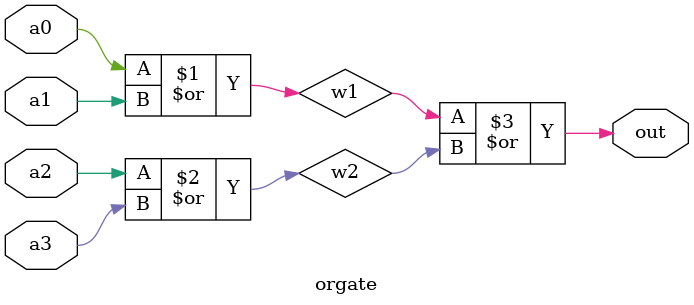
<source format=v>
module mux(output out, input d0, input d1, input d2, input d3, input s1, input s0);
    wire n1, n0, w1, w2, w3, w4;
    not (n1, s1);
    not (n0, s0);
    andgate a0 (w1, n1, n0, d0);
    andgate a1 (w2, n1, s0, d1);
    andgate a2 (w3, s1, n0, d2);
    andgate a3 (w4, s1, s0, d3);
    orgate r0 (out, w1, w2, w3, w4);
endmodule

module andgate(output out, input b, input c, input d);
    wire w1;
    and (w1, b, c);
    and (out, w1, d);
endmodule

module orgate(output out, input a0, input a1, input a2, input a3);
    wire w1, w2;
    or (w1, a0, a1);
    or (w2, a2, a3);
    or (out, w1, w2);
endmodule
</source>
